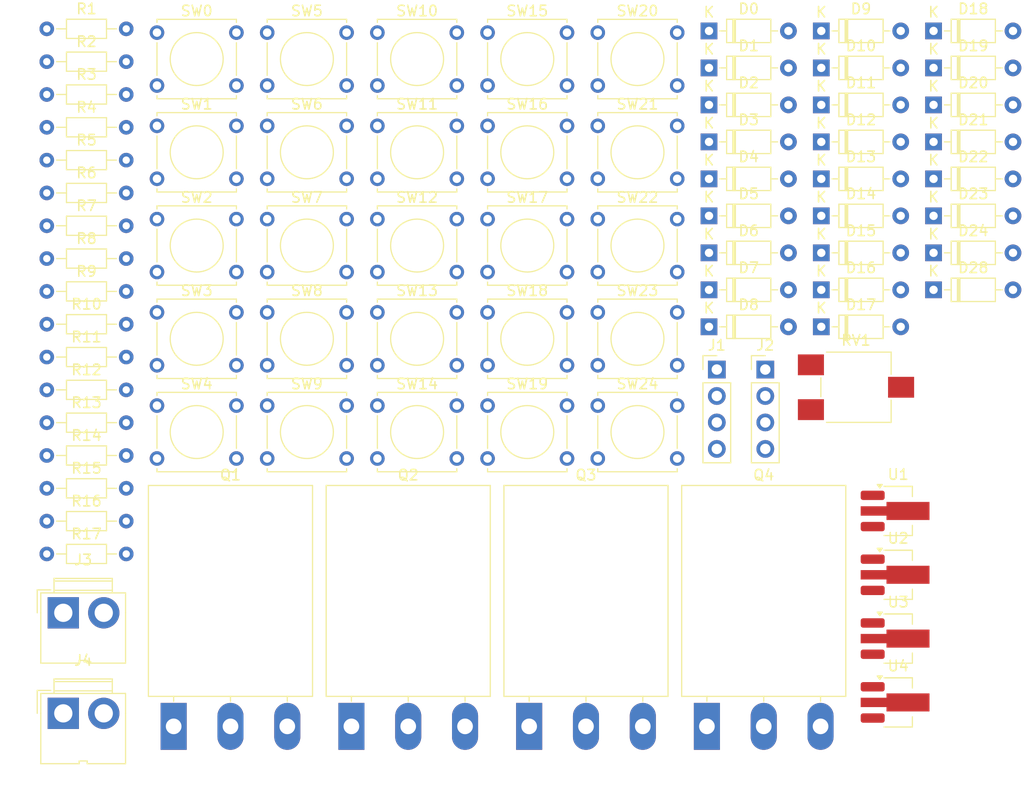
<source format=kicad_pcb>
(kicad_pcb (version 20240108) (generator "pcbnew") (generator_version "8.0")
  (layers (0 "F.Cu" signal) (31 "B.Cu" signal) (34 "B.Paste" user) (35 "F.Paste" user) (36 "B.SilkS" user "B.Silkscreen") (37 "F.SilkS" user "F.Silkscreen") (38 "B.Mask" user) (39 "F.Mask" user) (44 "Edge.Cuts" user))
  (net 0 "")
  (net 1 "Net-(D0-A)")
  (net 2 "ROW0")
  (net 3 "Net-(D1-A)")
  (net 4 "Net-(D2-A)")
  (net 5 "Net-(D3-A)")
  (net 6 "Net-(D4-A)")
  (net 7 "Net-(D5-A)")
  (net 8 "Net-(D6-A)")
  (net 9 "Net-(D7-A)")
  (net 10 "Net-(D8-A)")
  (net 11 "Net-(D9-A)")
  (net 12 "Net-(D10-A)")
  (net 13 "Net-(D11-A)")
  (net 14 "Net-(D12-A)")
  (net 15 "Net-(D13-A)")
  (net 16 "Net-(D14-A)")
  (net 17 "Net-(D15-A)")
  (net 18 "Net-(D16-A)")
  (net 19 "Net-(D17-A)")
  (net 20 "Net-(D18-A)")
  (net 21 "Net-(D19-A)")
  (net 22 "Net-(D20-A)")
  (net 23 "Net-(D21-A)")
  (net 24 "Net-(D22-A)")
  (net 25 "Net-(D23-A)")
  (net 26 "Net-(D24-A)")
  (net 27 "Net-(D28-K)")
  (net 28 "Net-(D28-A)")
  (net 29 "5V Alim")
  (net 30 "NEOPIX 1")
  (net 31 "GND MC")
  (net 32 "GND ALIM")
  (net 33 "NEOPIX 2")
  (net 34 "Net-(J3-Pin_2)")
  (net 35 "AMPLIFIER INPUT")
  (net 36 "Net-(Q1-B)")
  (net 37 "Net-(Q1-E)")
  (net 38 "3v3")
  (net 39 "Net-(Q2-B)")
  (net 40 "Net-(Q2-E)")
  (net 41 "Net-(Q3-B)")
  (net 42 "Net-(Q4-B)")
  (net 43 "Net-(U1-ADJ)")
  (net 44 "Net-(D25-K)")
  (net 45 "Net-(D25-A)")
  (net 46 "Net-(D27-A)")
  (net 47 "Net-(U2-ADJ)")
  (net 48 "Net-(U3-ADJ)")
  (net 49 "Net-(U4-ADJ)")
  (net 50 "BATT LVL INPUT")
  (net 51 "Net-(P1-CC)")
  (net 52 "Volume INPUT")
  (net 53 "+3.3V")
  (net 54 "COL0")
  (net 55 "COL1")
  (net 56 "COL2")
  (net 57 "COL3")
  (net 58 "COL4")
  (footprint "Diode_THT:D_DO-35_SOD27_P7.62mm_Horizontal" (layer "F.Cu") (at 78.85 35.3)
    (property "Reference" "D5" (at 3.81 -2.12 0) (layer "F.SilkS"))
    (property "Value" "1N4148")
    (fp_text user "K" (at 0 -1.8 0) (layer "F.SilkS"))
    (pad "1" thru_hole rect (at 0 0) (size 1.6 1.6) (drill 0.8) (layers "*.Cu" "*.Mask") (net 2 "ROW0"))
    (pad "2" thru_hole oval (at 7.62 0) (size 1.6 1.6) (drill 0.8) (layers "*.Cu" "*.Mask") (net 7 "Net-(D5-A)"))
  )
  (footprint "Button_Switch_THT:SW_Tactile_Straight_KSA0Axx1LFTR" (layer "F.Cu") (at 36.47 17.71)
    (property "Reference" "SW5" (at 3.81 -2.08 0) (layer "F.SilkS"))
    (property "Value" "SW_Push")
    (pad "1" thru_hole circle (at 0 0) (size 1.397 1.397) (drill 0.8128) (layers "*.Cu" "*.Mask") (net 54 "COL0"))
    (pad "1" thru_hole circle (at 7.62 0) (size 1.397 1.397) (drill 0.8128) (layers "*.Cu" "*.Mask") (net 54 "COL0"))
    (pad "2" thru_hole circle (at 0 5.08) (size 1.397 1.397) (drill 0.8128) (layers "*.Cu" "*.Mask") (net 7 "Net-(D5-A)"))
    (pad "2" thru_hole circle (at 7.62 5.08) (size 1.397 1.397) (drill 0.8128) (layers "*.Cu" "*.Mask") (net 7 "Net-(D5-A)"))
  )
  (footprint "Diode_THT:D_DO-35_SOD27_P7.62mm_Horizontal" (layer "F.Cu") (at 78.85 45.95)
    (property "Reference" "D8" (at 3.81 -2.12 0) (layer "F.SilkS"))
    (property "Value" "1N4148")
    (fp_text user "K" (at 0 -1.8 0) (layer "F.SilkS"))
    (pad "1" thru_hole rect (at 0 0) (size 1.6 1.6) (drill 0.8) (layers "*.Cu" "*.Mask") (net 2 "ROW0"))
    (pad "2" thru_hole oval (at 7.62 0) (size 1.6 1.6) (drill 0.8) (layers "*.Cu" "*.Mask") (net 10 "Net-(D8-A)"))
  )
  (footprint "Diode_THT:D_DO-35_SOD27_P7.62mm_Horizontal" (layer "F.Cu") (at 89.62 45.95)
    (property "Reference" "D17" (at 3.81 -2.12 0) (layer "F.SilkS"))
    (property "Value" "1N4148")
    (fp_text user "K" (at 0 -1.8 0) (layer "F.SilkS"))
    (pad "1" thru_hole rect (at 0 0) (size 1.6 1.6) (drill 0.8) (layers "*.Cu" "*.Mask") (net 2 "ROW0"))
    (pad "2" thru_hole oval (at 7.62 0) (size 1.6 1.6) (drill 0.8) (layers "*.Cu" "*.Mask") (net 19 "Net-(D17-A)"))
  )
  (footprint "Diode_THT:D_DO-35_SOD27_P7.62mm_Horizontal" (layer "F.Cu") (at 100.39 21.1)
    (property "Reference" "D19" (at 3.81 -2.12 0) (layer "F.SilkS"))
    (property "Value" "1N4148")
    (fp_text user "K" (at 0 -1.8 0) (layer "F.SilkS"))
    (pad "1" thru_hole rect (at 0 0) (size 1.6 1.6) (drill 0.8) (layers "*.Cu" "*.Mask") (net 2 "ROW0"))
    (pad "2" thru_hole oval (at 7.62 0) (size 1.6 1.6) (drill 0.8) (layers "*.Cu" "*.Mask") (net 21 "Net-(D19-A)"))
  )
  (footprint "Resistor_THT:R_Axial_DIN0204_L3.6mm_D1.6mm_P7.62mm_Horizontal" (layer "F.Cu") (at 15.33 26.8)
    (property "Reference" "R4" (at 3.81 -1.92 0) (layer "F.SilkS"))
    (property "Value" "R")
    (pad "1" thru_hole circle (at 0 0) (size 1.4 1.4) (drill 0.7) (layers "*.Cu" "*.Mask") (net 45 "Net-(D25-A)"))
    (pad "2" thru_hole oval (at 7.62 0) (size 1.4 1.4) (drill 0.7) (layers "*.Cu" "*.Mask") (net 28 "Net-(D28-A)"))
  )
  (footprint "Resistor_THT:R_Axial_DIN0204_L3.6mm_D1.6mm_P7.62mm_Horizontal" (layer "F.Cu") (at 15.33 58.3)
    (property "Reference" "R14" (at 3.81 -1.92 0) (layer "F.SilkS"))
    (property "Value" "R")
    (pad "1" thru_hole circle (at 0 0) (size 1.4 1.4) (drill 0.7) (layers "*.Cu" "*.Mask") (net 2 "ROW0"))
    (pad "2" thru_hole oval (at 7.62 0) (size 1.4 1.4) (drill 0.7) (layers "*.Cu" "*.Mask") (net 49 "Net-(U4-ADJ)"))
  )
  (footprint "Button_Switch_THT:SW_Tactile_Straight_KSA0Axx1LFTR" (layer "F.Cu") (at 47.04 17.71)
    (property "Reference" "SW10" (at 3.81 -2.08 0) (layer "F.SilkS"))
    (property "Value" "SW_Push")
    (pad "1" thru_hole circle (at 0 0) (size 1.397 1.397) (drill 0.8128) (layers "*.Cu" "*.Mask") (net 54 "COL0"))
    (pad "1" thru_hole circle (at 7.62 0) (size 1.397 1.397) (drill 0.8128) (layers "*.Cu" "*.Mask") (net 54 "COL0"))
    (pad "2" thru_hole circle (at 0 5.08) (size 1.397 1.397) (drill 0.8128) (layers "*.Cu" "*.Mask") (net 12 "Net-(D10-A)"))
    (pad "2" thru_hole circle (at 7.62 5.08) (size 1.397 1.397) (drill 0.8128) (layers "*.Cu" "*.Mask") (net 12 "Net-(D10-A)"))
  )
  (footprint "Diode_THT:D_DO-35_SOD27_P7.62mm_Horizontal" (layer "F.Cu") (at 100.39 38.85)
    (property "Reference" "D24" (at 3.81 -2.12 0) (layer "F.SilkS"))
    (property "Value" "1N4148")
    (fp_text user "K" (at 0 -1.8 0) (layer "F.SilkS"))
    (pad "1" thru_hole rect (at 0 0) (size 1.6 1.6) (drill 0.8) (layers "*.Cu" "*.Mask") (net 2 "ROW0"))
    (pad "2" thru_hole oval (at 7.62 0) (size 1.6 1.6) (drill 0.8) (layers "*.Cu" "*.Mask") (net 26 "Net-(D24-A)"))
  )
  (footprint "Resistor_THT:R_Axial_DIN0204_L3.6mm_D1.6mm_P7.62mm_Horizontal" (layer "F.Cu") (at 15.33 61.45)
    (property "Reference" "R15" (at 3.81 -1.92 0) (layer "F.SilkS"))
    (property "Value" "R")
    (pad "1" thru_hole circle (at 0 0) (size 1.4 1.4) (drill 0.7) (layers "*.Cu" "*.Mask") (net 40 "Net-(Q2-E)"))
    (pad "2" thru_hole oval (at 7.62 0) (size 1.4 1.4) (drill 0.7) (layers "*.Cu" "*.Mask") (net 50 "BATT LVL INPUT"))
  )
  (footprint "Button_Switch_THT:SW_Tactile_Straight_KSA0Axx1LFTR" (layer "F.Cu") (at 68.18 17.71)
    (property "Reference" "SW20" (at 3.81 -2.08 0) (layer "F.SilkS"))
    (property "Value" "SW_Push")
    (pad "1" thru_hole circle (at 0 0) (size 1.397 1.397) (drill 0.8128) (layers "*.Cu" "*.Mask") (net 54 "COL0"))
    (pad "1" thru_hole circle (at 7.62 0) (size 1.397 1.397) (drill 0.8128) (layers "*.Cu" "*.Mask") (net 54 "COL0"))
    (pad "2" thru_hole circle (at 0 5.08) (size 1.397 1.397) (drill 0.8128) (layers "*.Cu" "*.Mask") (net 22 "Net-(D20-A)"))
    (pad "2" thru_hole circle (at 7.62 5.08) (size 1.397 1.397) (drill 0.8128) (layers "*.Cu" "*.Mask") (net 22 "Net-(D20-A)"))
  )
  (footprint "Potentiometer_SMD:Potentiometer_ACP_CA6-VSMD_Vertical" (layer "F.Cu") (at 92.95 51.75)
    (property "Reference" "RV1" (at 0 -4.5 0) (layer "F.SilkS"))
    (property "Value" "R_Potentiometer")
    (pad "1" smd rect (at -4.325 2.15) (size 2.5 2) (layers "F.Cu" "F.Paste" "F.Mask") (net 53 "+3.3V"))
    (pad "2" smd rect (at 4.325 0) (size 2.5 2) (layers "F.Cu" "F.Paste" "F.Mask") (net 52 "Volume INPUT"))
    (pad "3" smd rect (at -4.325 -2.15) (size 2.5 2) (layers "F.Cu" "F.Paste" "F.Mask") (net 2 "ROW0"))
  )
  (footprint "Diode_THT:D_DO-35_SOD27_P7.62mm_Horizontal" (layer "F.Cu") (at 78.85 38.85)
    (property "Reference" "D6" (at 3.81 -2.12 0) (layer "F.SilkS"))
    (property "Value" "1N4148")
    (fp_text user "K" (at 0 -1.8 0) (layer "F.SilkS"))
    (pad "1" thru_hole rect (at 0 0) (size 1.6 1.6) (drill 0.8) (layers "*.Cu" "*.Mask") (net 2 "ROW0"))
    (pad "2" thru_hole oval (at 7.62 0) (size 1.6 1.6) (drill 0.8) (layers "*.Cu" "*.Mask") (net 8 "Net-(D6-A)"))
  )
  (footprint "Diode_THT:D_DO-35_SOD27_P7.62mm_Horizontal" (layer "F.Cu") (at 89.62 38.85)
    (property "Reference" "D15" (at 3.81 -2.12 0) (layer "F.SilkS"))
    (property "Value" "1N4148")
    (fp_text user "K" (at 0 -1.8 0) (layer "F.SilkS"))
    (pad "1" thru_hole rect (at 0 0) (size 1.6 1.6) (drill 0.8) (layers "*.Cu" "*.Mask") (net 2 "ROW0"))
    (pad "2" thru_hole oval (at 7.62 0) (size 1.6 1.6) (drill 0.8) (layers "*.Cu" "*.Mask") (net 17 "Net-(D15-A)"))
  )
  (footprint "Connector:JWT_A3963_1x02_P3.96mm_Vertical" (layer "F.Cu") (at 16.915 83.05)
    (property "Reference" "J4" (at 1.91 -5.08 0) (layer "F.SilkS"))
    (property "Value" "Bornier Signal ampli")
    (pad "1" thru_hole rect (at 0 0) (size 3 3) (drill 1.75) (layers "*.Cu" "*.Mask") (net 2 "ROW0"))
    (pad "2" thru_hole circle (at 3.88 0) (size 3 3) (drill 1.75) (layers "*.Cu" "*.Mask") (net 35 "AMPLIFIER INPUT"))
  )
  (footprint "Button_Switch_THT:SW_Tactile_Straight_KSA0Axx1LFTR" (layer "F.Cu") (at 47.04 44.56)
    (property "Reference" "SW13" (at 3.81 -2.08 0) (layer "F.SilkS"))
    (property "Value" "SW_Push")
    (pad "1" thru_hole circle (at 0 0) (size 1.397 1.397) (drill 0.8128) (layers "*.Cu" "*.Mask") (net 57 "COL3"))
    (pad "1" thru_hole circle (at 7.62 0) (size 1.397 1.397) (drill 0.8128) (layers "*.Cu" "*.Mask") (net 57 "COL3"))
    (pad "2" thru_hole circle (at 0 5.08) (size 1.397 1.397) (drill 0.8128) (layers "*.Cu" "*.Mask") (net 15 "Net-(D13-A)"))
    (pad "2" thru_hole circle (at 7.62 5.08) (size 1.397 1.397) (drill 0.8128) (layers "*.Cu" "*.Mask") (net 15 "Net-(D13-A)"))
  )
  (footprint "Button_Switch_THT:SW_Tactile_Straight_KSA0Axx1LFTR" (layer "F.Cu") (at 68.18 35.61)
    (property "Reference" "SW22" (at 3.81 -2.08 0) (layer "F.SilkS"))
    (property "Value" "SW_Push")
    (pad "1" thru_hole circle (at 0 0) (size 1.397 1.397) (drill 0.8128) (layers "*.Cu" "*.Mask") (net 56 "COL2"))
    (pad "1" thru_hole circle (at 7.62 0) (size 1.397 1.397) (drill 0.8128) (layers "*.Cu" "*.Mask") (net 56 "COL2"))
    (pad "2" thru_hole circle (at 0 5.08) (size 1.397 1.397) (drill 0.8128) (layers "*.Cu" "*.Mask") (net 24 "Net-(D22-A)"))
    (pad "2" thru_hole circle (at 7.62 5.08) (size 1.397 1.397) (drill 0.8128) (layers "*.Cu" "*.Mask") (net 24 "Net-(D22-A)"))
  )
  (footprint "Resistor_THT:R_Axial_DIN0204_L3.6mm_D1.6mm_P7.62mm_Horizontal" (layer "F.Cu") (at 15.33 20.5)
    (property "Reference" "R2" (at 3.81 -1.92 0) (layer "F.SilkS"))
    (property "Value" "R")
    (pad "1" thru_hole circle (at 0 0) (size 1.4 1.4) (drill 0.7) (layers "*.Cu" "*.Mask") (net 43 "Net-(U1-ADJ)"))
    (pad "2" thru_hole oval (at 7.62 0) (size 1.4 1.4) (drill 0.7) (layers "*.Cu" "*.Mask") (net 28 "Net-(D28-A)"))
  )
  (footprint "Button_Switch_THT:SW_Tactile_Straight_KSA0Axx1LFTR" (layer "F.Cu") (at 25.9 44.56)
    (property "Reference" "SW3" (at 3.81 -2.08 0) (layer "F.SilkS"))
    (property "Value" "SW_Push")
    (pad "1" thru_hole circle (at 0 0) (size 1.397 1.397) (drill 0.8128) (layers "*.Cu" "*.Mask") (net 57 "COL3"))
    (pad "1" thru_hole circle (at 7.62 0) (size 1.397 1.397) (drill 0.8128) (layers "*.Cu" "*.Mask") (net 57 "COL3"))
    (pad "2" thru_hole circle (at 0 5.08) (size 1.397 1.397) (drill 0.8128) (layers "*.Cu" "*.Mask") (net 5 "Net-(D3-A)"))
    (pad "2" thru_hole circle (at 7.62 5.08) (size 1.397 1.397) (drill 0.8128) (layers "*.Cu" "*.Mask") (net 5 "Net-(D3-A)"))
  )
  (footprint "Diode_THT:D_DO-35_SOD27_P7.62mm_Horizontal" (layer "F.Cu") (at 78.85 17.55)
    (property "Reference" "D0" (at 3.81 -2.12 0) (layer "F.SilkS"))
    (property "Value" "1N4148")
    (fp_text user "K" (at 0 -1.8 0) (layer "F.SilkS"))
    (pad "1" thru_hole rect (at 0 0) (size 1.6 1.6) (drill 0.8) (layers "*.Cu" "*.Mask") (net 2 "ROW0"))
    (pad "2" thru_hole oval (at 7.62 0) (size 1.6 1.6) (drill 0.8) (layers "*.Cu" "*.Mask") (net 1 "Net-(D0-A)"))
  )
  (footprint "Diode_THT:D_DO-35_SOD27_P7.62mm_Horizontal" (layer "F.Cu") (at 100.39 17.55)
    (property "Reference" "D18" (at 3.81 -2.12 0) (layer "F.SilkS"))
    (property "Value" "1N4148")
    (fp_text user "K" (at 0 -1.8 0) (layer "F.SilkS"))
    (pad "1" thru_hole rect (at 0 0) (size 1.6 1.6) (drill 0.8) (layers "*.Cu" "*.Mask") (net 2 "ROW0"))
    (pad "2" thru_hole oval (at 7.62 0) (size 1.6 1.6) (drill 0.8) (layers "*.Cu" "*.Mask") (net 20 "Net-(D18-A)"))
  )
  (footprint "Resistor_THT:R_Axial_DIN0204_L3.6mm_D1.6mm_P7.62mm_Horizontal" (layer "F.Cu") (at 15.33 48.85)
    (property "Reference" "R11" (at 3.81 -1.92 0) (layer "F.SilkS"))
    (property "Value" "R")
    (pad "1" thru_hole circle (at 0 0) (size 1.4 1.4) (drill 0.7) (layers "*.Cu" "*.Mask") (net 2 "ROW0"))
    (pad "2" thru_hole oval (at 7.62 0) (size 1.4 1.4) (drill 0.7) (layers "*.Cu" "*.Mask") (net 48 "Net-(U3-ADJ)"))
  )
  (footprint "Package_TO_SOT_THT:TO-3P-3_Horizontal_TabDown" (layer "F.Cu") (at 61.6 84.3)
    (property "Reference" "Q3" (at 5.45 -24.12 0) (layer "F.SilkS"))
    (property "Value" "2N3905")
    (pad "" np_thru_hole circle (at 5.45 -18.8) (size 3.4 3.4) (drill 3.4) (layers "*.Cu" "*.Mask"))
    (pad "1" thru_hole rect (at 0 0) (size 2.5 4.5) (drill 1.5) (layers "*.Cu" "*.Mask") (net 40 "Net-(Q2-E)"))
    (pad "2" thru_hole oval (at 5.45 0) (size 2.5 4.5) (drill 1.5) (layers "*.Cu" "*.Mask") (net 41 "Net-(Q3-B)"))
    (pad "3" thru_hole oval (at 10.9 0) (size 2.5 4.5) (drill 1.5) (layers "*.Cu" "*.Mask") (net 29 "5V Alim"))
  )
  (footprint "Diode_THT:D_DO-35_SOD27_P7.62mm_Horizontal" (layer "F.Cu") (at 100.39 24.65)
    (property "Reference" "D20" (at 3.81 -2.12 0) (layer "F.SilkS"))
    (property "Value" "1N4148")
    (fp_text user "K" (at 0 -1.8 0) (layer "F.SilkS"))
    (pad "1" thru_hole rect (at 0 0) (size 1.6 1.6) (drill 0.8) (layers "*.Cu" "*.Mask") (net 2 "ROW0"))
    (pad "2" thru_hole oval (at 7.62 0) (size 1.6 1.6) (drill 0.8) (layers "*.Cu" "*.Mask") (net 22 "Net-(D20-A)"))
  )
  (footprint "Package_TO_SOT_THT:TO-3P-3_Horizontal_TabDown" (layer "F.Cu") (at 27.5 84.3)
    (property "Reference" "Q1" (at 5.45 -24.12 0) (layer "F.SilkS"))
    (property "Value" "2N3905")
    (pad "" np_thru_hole circle (at 5.45 -18.8) (size 3.4 3.4) (drill 3.4) (layers "*.Cu" "*.Mask"))
    (pad "1" thru_hole rect (at 0 0) (size 2.5 4.5) (drill 1.5) (layers "*.Cu" "*.Mask") (net 37 "Net-(Q1-E)"))
    (pad "2" thru_hole oval (at 5.45 0) (size 2.5 4.5) (drill 1.5) (layers "*.Cu" "*.Mask") (net 36 "Net-(Q1-B)"))
    (pad "3" thru_hole oval (at 10.9 0) (size 2.5 4.5) (drill 1.5) (layers "*.Cu" "*.Mask") (net 28 "Net-(D28-A)"))
  )
  (footprint "Diode_THT:D_DO-35_SOD27_P7.62mm_Horizontal" (layer "F.Cu") (at 100.39 31.75)
    (property "Reference" "D22" (at 3.81 -2.12 0) (layer "F.SilkS"))
    (property "Value" "1N4148")
    (fp_text user "K" (at 0 -1.8 0) (layer "F.SilkS"))
    (pad "1" thru_hole rect (at 0 0) (size 1.6 1.6) (drill 0.8) (layers "*.Cu" "*.Mask") (net 2 "ROW0"))
    (pad "2" thru_hole oval (at 7.62 0) (size 1.6 1.6) (drill 0.8) (layers "*.Cu" "*.Mask") (net 24 "Net-(D22-A)"))
  )
  (footprint "Resistor_THT:R_Axial_DIN0204_L3.6mm_D1.6mm_P7.62mm_Horizontal" (layer "F.Cu") (at 15.33 39.4)
    (property "Reference" "R8" (at 3.81 -1.92 0) (layer "F.SilkS"))
    (property "Value" "R")
    (pad "1" thru_hole circle (at 0 0) (size 1.4 1.4) (drill 0.7) (layers "*.Cu" "*.Mask") (net 2 "ROW0"))
    (pad "2" thru_hole oval (at 7.62 0) (size 1.4 1.4) (drill 0.7) (layers "*.Cu" "*.Mask") (net 47 "Net-(U2-ADJ)"))
  )
  (footprint "Diode_THT:D_DO-35_SOD27_P7.62mm_Horizontal" (layer "F.Cu") (at 100.39 42.4)
    (property "Reference" "D28" (at 3.81 -2.12 0) (layer "F.SilkS"))
    (property "Value" "1N4148")
    (fp_text user "K" (at 0 -1.8 0) (layer "F.SilkS"))
    (pad "1" thru_hole rect (at 0 0) (size 1.6 1.6) (drill 0.8) (layers "*.Cu" "*.Mask") (net 27 "Net-(D28-K)"))
    (pad "2" thru_hole oval (at 7.62 0) (size 1.6 1.6) (drill 0.8) (layers "*.Cu" "*.Mask") (net 28 "Net-(D28-A)"))
  )
  (footprint "Resistor_THT:R_Axial_DIN0204_L3.6mm_D1.6mm_P7.62mm_Horizontal" (layer "F.Cu") (at 15.33 45.7)
    (property "Reference" "R10" (at 3.81 -1.92 0) (layer "F.SilkS"))
    (property "Value" "R")
    (pad "1" thru_hole circle (at 0 0) (size 1.4 1.4) (drill 0.7) (layers "*.Cu" "*.Mask") (net 48 "Net-(U3-ADJ)"))
    (pad "2" thru_hole oval (at 7.62 0) (size 1.4 1.4) (drill 0.7) (layers "*.Cu" "*.Mask") (net 29 "5V Alim"))
  )
  (footprint "Button_Switch_THT:SW_Tactile_Straight_KSA0Axx1LFTR" (layer "F.Cu") (at 57.61 35.61)
    (property "Reference" "SW17" (at 3.81 -2.08 0) (layer "F.SilkS"))
    (property "Value" "SW_Push")
    (pad "1" thru_hole circle (at 0 0) (size 1.397 1.397) (drill 0.8128) (layers "*.Cu" "*.Mask") (net 56 "COL2"))
    (pad "1" thru_hole circle (at 7.62 0) (size 1.397 1.397) (drill 0.8128) (layers "*.Cu" "*.Mask") (net 56 "COL2"))
    (pad "2" thru_hole circle (at 0 5.08) (size 1.397 1.397) (drill 0.8128) (layers "*.Cu" "*.Mask") (net 19 "Net-(D17-A)"))
    (pad "2" thru_hole circle (at 7.62 5.08) (size 1.397 1.397) (drill 0.8128) (layers "*.Cu" "*.Mask") (net 19 "Net-(D17-A)"))
  )
  (footprint "Resistor_THT:R_Axial_DIN0204_L3.6mm_D1.6mm_P7.62mm_Horizontal" (layer "F.Cu") (at 15.33 55.15)
    (property "Reference" "R13" (at 3.81 -1.92 0) (layer "F.SilkS"))
    (property "Value" "R")
    (pad "1" thru_hole circle (at 0 0) (size 1.4 1.4) (drill 0.7) (layers "*.Cu" "*.Mask") (net 49 "Net-(U4-ADJ)"))
    (pad "2" thru_hole oval (at 7.62 0) (size 1.4 1.4) (drill 0.7) (layers "*.Cu" "*.Mask") (net 34 "Net-(J3-Pin_2)"))
  )
  (footprint "Button_Switch_THT:SW_Tactile_Straight_KSA0Axx1LFTR" (layer "F.Cu") (at 36.47 35.61)
    (property "Reference" "SW7" (at 3.81 -2.08 0) (layer "F.SilkS"))
    (property "Value" "SW_Push")
    (pad "1" thru_hole circle (at 0 0) (size 1.397 1.397) (drill 0.8128) (layers "*.Cu" "*.Mask") (net 56 "COL2"))
    (pad "1" thru_hole circle (at 7.62 0) (size 1.397 1.397) (drill 0.8128) (layers "*.Cu" "*.Mask") (net 56 "COL2"))
    (pad "2" thru_hole circle (at 0 5.08) (size 1.397 1.397) (drill 0.8128) (layers "*.Cu" "*.Mask") (net 9 "Net-(D7-A)"))
    (pad "2" thru_hole circle (at 7.62 5.08) (size 1.397 1.397) (drill 0.8128) (layers "*.Cu" "*.Mask") (net 9 "Net-(D7-A)"))
  )
  (footprint "Button_Switch_THT:SW_Tactile_Straight_KSA0Axx1LFTR" (layer "F.Cu") (at 25.9 35.61)
    (property "Reference" "SW2" (at 3.81 -2.08 0) (layer "F.SilkS"))
    (property "Value" "SW_Push")
    (pad "1" thru_hole circle (at 0 0) (size 1.397 1.397) (drill 0.8128) (layers "*.Cu" "*.Mask") (net 56 "COL2"))
    (pad "1" thru_hole circle (at 7.62 0) (size 1.397 1.397) (drill 0.8128) (layers "*.Cu" "*.Mask") (net 56 "COL2"))
    (pad "2" thru_hole circle (at 0 5.08) (size 1.397 1.397) (drill 0.8128) (layers "*.Cu" "*.Mask") (net 4 "Net-(D2-A)"))
    (pad "2" thru_hole circle (at 7.62 5.08) (size 1.397 1.397) (drill 0.8128) (layers "*.Cu" "*.Mask") (net 4 "Net-(D2-A)"))
  )
  (footprint "Button_Switch_THT:SW_Tactile_Straight_KSA0Axx1LFTR" (layer "F.Cu") (at 25.9 53.51)
    (property "Reference" "SW4" (at 3.81 -2.08 0) (layer "F.SilkS"))
    (property "Value" "SW_Push")
    (pad "1" thru_hole circle (at 0 0) (size 1.397 1.397) (drill 0.8128) (layers "*.Cu" "*.Mask") (net 58 "COL4"))
    (pad "1" thru_hole circle (at 7.62 0) (size 1.397 1.397) (drill 0.8128) (layers "*.Cu" "*.Mask") (net 58 "COL4"))
    (pad "2" thru_hole circle (at 0 5.08) (size 1.397 1.397) (drill 0.8128) (layers "*.Cu" "*.Mask") (net 6 "Net-(D4-A)"))
    (pad "2" thru_hole circle (at 7.62 5.08) (size 1.397 1.397) (drill 0.8128) (layers "*.Cu" "*.Mask") (net 6 "Net-(D4-A)"))
  )
  (footprint "Resistor_THT:R_Axial_DIN0204_L3.6mm_D1.6mm_P7.62mm_Horizontal" (layer "F.Cu") (at 15.33 64.6)
    (property "Reference" "R16" (at 3.81 -1.92 0) (layer "F.SilkS"))
    (property "Value" "R")
    (pad "1" thru_hole circle (at 0 0) (size 1.4 1.4) (drill 0.7) (layers "*.Cu" "*.Mask") (net 50 "BATT LVL INPUT"))
    (pad "2" thru_hole oval (at 7.62 0) (size 1.4 1.4) (drill 0.7) (layers "*.Cu" "*.Mask") (net 2 "ROW0"))
  )
  (footprint "Button_Switch_THT:SW_Tactile_Straight_KSA0Axx1LFTR" (layer "F.Cu") (at 68.18 53.51)
    (property "Reference" "SW24" (at 3.81 -2.08 0) (layer "F.SilkS"))
    (property "Value" "SW_Push")
    (pad "1" thru_hole circle (at 0 0) (size 1.397 1.397) (drill 0.8128) (layers "*.Cu" "*.Mask") (net 58 "COL4"))
    (pad "1" thru_hole circle (at 7.62 0) (size 1.397 1.397) (drill 0.8128) (layers "*.Cu" "*.Mask") (net 58 "COL4"))
    (pad "2" thru_hole circle (at 0 5.08) (size 1.397 1.397) (drill 0.8128) (layers "*.Cu" "*.Mask") (net 26 "Net-(D24-A)"))
    (pad "2" thru_hole circle (at 7.62 5.08) (size 1.397 1.397) (drill 0.8128) (layers "*.Cu" "*.Mask") (net 26 "Net-(D24-A)"))
  )
  (footprint "Resistor_THT:R_Axial_DIN0204_L3.6mm_D1.6mm_P7.62mm_Horizontal" (layer "F.Cu") (at 15.33 29.95)
    (property "Reference" "R5" (at 3.81 -1.92 0) (layer "F.SilkS"))
    (property "Value" "R")
    (pad "1" thru_hole circle (at 0 0) (size 1.4 1.4) (drill 0.7) (layers "*.Cu" "*.Mask") (net 46 "Net-(D27-A)"))
    (pad "2" thru_hole oval (at 7.62 0) (size 1.4 1.4) (drill 0.7) (layers "*.Cu" "*.Mask") (net 40 "Net-(Q2-E)"))
  )
  (footprint "Button_Switch_THT:SW_Tactile_Straight_KSA0Axx1LFTR" (layer "F.Cu") (at 36.47 26.66)
    (property "Reference" "SW6" (at 3.81 -2.08 0) (layer "F.SilkS"))
    (property "Value" "SW_Push")
    (pad "1" thru_hole circle (at 0 0) (size 1.397 1.397) (drill 0.8128) (layers "*.Cu" "*.Mask") (net 55 "COL1"))
    (pad "1" thru_hole circle (at 7.62 0) (size 1.397 1.397) (drill 0.8128) (layers "*.Cu" "*.Mask") (net 55 "COL1"))
    (pad "2" thru_hole circle (at 0 5.08) (size 1.397 1.397) (drill 0.8128) (layers "*.Cu" "*.Mask") (net 8 "Net-(D6-A)"))
    (pad "2" thru_hole circle (at 7.62 5.08) (size 1.397 1.397) (drill 0.8128) (layers "*.Cu" "*.Mask") (net 8 "Net-(D6-A)"))
  )
  (footprint "Package_TO_SOT_SMD:SOT-89-3_Handsoldering" (layer "F.Cu") (at 97 82)
    (property "Reference" "U4" (at 0 -3.5 0) (layer "F.SilkS"))
    (property "Value" "LM317_TO-220")
    (pad "1" smd roundrect (at -2.45 -1.5) (size 2.3 0.9) (layers "F.Cu" "F.Paste" "F.Mask") (net 49 "Net-(U4-ADJ)"))
    (pad "2" smd custom (at -2.3625 0) (size 2.475 0.9) (layers "F.Cu" "F.Paste" "F.Mask") (net 34 "Net-(J3-Pin_2)") (options (clearance outline) (anchor rect)) (primitives (gr_poly (pts (xy 5.3625 0.8665) (xy 1.2375 0.8665) (xy 1.2375 -0.8665) (xy 5.3625 -0.8665)) (width 0) (fill yes))))
    (pad "3" smd roundrect (at -2.45 1.5) (size 2.3 0.9) (layers "F.Cu" "F.Paste" "F.Mask") (net 42 "Net-(Q4-B)"))
  )
  (footprint "Resistor_THT:R_Axial_DIN0204_L3.6mm_D1.6mm_P7.62mm_Horizontal" (layer "F.Cu") (at 15.33 23.65)
    (property "Reference" "R3" (at 3.81 -1.92 0) (layer "F.SilkS"))
    (property "Value" "R")
    (pad "1" thru_hole circle (at 0 0) (size 1.4 1.4) (drill 0.7) (layers "*.Cu" "*.Mask") (net 44 "Net-(D25-K)"))
    (pad "2" thru_hole oval (at 7.62 0) (size 1.4 1.4) (drill 0.7) (layers "*.Cu" "*.Mask") (net 43 "Net-(U1-ADJ)"))
  )
  (footprint "Button_Switch_THT:SW_Tactile_Straight_KSA0Axx1LFTR" (layer "F.Cu") (at 47.04 53.51)
    (property "Reference" "SW14" (at 3.81 -2.08 0) (layer "F.SilkS"))
    (property "Value" "SW_Push")
    (pad "1" thru_hole circle (at 0 0) (size 1.397 1.397) (drill 0.8128) (layers "*.Cu" "*.Mask") (net 58 "COL4"))
    (pad "1" thru_hole circle (at 7.62 0) (size 1.397 1.397) (drill 0.8128) (layers "*.Cu" "*.Mask") (net 58 "COL4"))
    (pad "2" thru_hole circle (at 0 5.08) (size 1.397 1.397) (drill 0.8128) (layers "*.Cu" "*.Mask") (net 16 "Net-(D14-A)"))
    (pad "2" thru_hole circle (at 7.62 5.08) (size 1.397 1.397) (drill 0.8128) (layers "*.Cu" "*.Mask") (net 16 "Net-(D14-A)"))
  )
  (footprint "Button_Switch_THT:SW_Tactile_Straight_KSA0Axx1LFTR" (layer "F.Cu") (at 57.61 26.66)
    (property "Reference" "SW16" (at 3.81 -2.08 0) (layer "F.SilkS"))
    (property "Value" "SW_Push")
    (pad "1" thru_hole circle (at 0 0) (size 1.397 1.397) (drill 0.8128) (layers "*.Cu" "*.Mask") (net 55 "COL1"))
    (pad "1" thru_hole circle (at 7.62 0) (size 1.397 1.397) (drill 0.8128) (layers "*.Cu" "*.Mask") (net 55 "COL1"))
    (pad "2" thru_hole circle (at 0 5.08) (size 1.397 1.397) (drill 0.8128) (layers "*.Cu" "*.Mask") (net 18 "Net-(D16-A)"))
    (pad "2" thru_hole circle (at 7.62 5.08) (size 1.397 1.397) (drill 0.8128) (layers "*.Cu" "*.Mask") (net 18 "Net-(D16-A)"))
  )
  (footprint "Button_Switch_THT:SW_Tactile_Straight_KSA0Axx1LFTR" (layer "F.Cu") (at 57.61 53.51)
    (property "Reference" "SW19" (at 3.81 -2.08 0) (layer "F.SilkS"))
    (property "Value" "SW_Push")
    (pad "1" thru_hole circle (at 0 0) (size 1.397 1.397) (drill 0.8128) (layers "*.Cu" "*.Mask") (net 58 "COL4"))
    (pad "1" thru_hole circle (at 7.62 0) (size 1.397 1.397) (drill 0.8128) (layers "*.Cu" "*.Mask") (net 58 "COL4"))
    (pad "2" thru_hole circle (at 0 5.08) (size 1.397 1.397) (drill 0.8128) (layers "*.Cu" "*.Mask") (net 21 "Net-(D19-A)"))
    (pad "2" thru_hole circle (at 7.62 5.08) (size 1.397 1.397) (drill 0.8128) (layers "*.Cu" "*.Mask") (net 21 "Net-(D19-A)"))
  )
  (footprint "Diode_THT:D_DO-35_SOD27_P7.62mm_Horizontal" (layer "F.Cu") (at 78.85 24.65)
    (property "Reference" "D2" (at 3.81 -2.12 0) (layer "F.SilkS"))
    (property "Value" "1N4148")
    (fp_text user "K" (at 0 -1.8 0) (layer "F.SilkS"))
    (pad "1" thru_hole rect (at 0 0) (size 1.6 1.6) (drill 0.8) (layers "*.Cu" "*.Mask") (net 2 "ROW0"))
    (pad "2" thru_hole oval (at 7.62 0) (size 1.6 1.6) (drill 0.8) (layers "*.Cu" "*.Mask") (net 4 "Net-(D2-A)"))
  )
  (footprint "Button_Switch_THT:SW_Tactile_Straight_KSA0Axx1LFTR" (layer "F.Cu") (at 57.61 17.71)
    (property "Reference" "SW15" (at 3.81 -2.08 0) (layer "F.SilkS"))
    (property "Value" "SW_Push")
    (pad "1" thru_hole circle (at 0 0) (size 1.397 1.397) (drill 0.8128) (layers "*.Cu" "*.Mask") (net 54 "COL0"))
    (pad "1" thru_hole circle (at 7.62 0) (size 1.397 1.397) (drill 0.8128) (layers "*.Cu" "*.Mask") (net 54 "COL0"))
    (pad "2" thru_hole circle (at 0 5.08) (size 1.397 1.397) (drill 0.8128) (layers "*.Cu" "*.Mask") (net 17 "Net-(D15-A)"))
    (pad "2" thru_hole circle (at 7.62 5.08) (size 1.397 1.397) (drill 0.8128) (layers "*.Cu" "*.Mask") (net 17 "Net-(D15-A)"))
  )
  (footprint "Button_Switch_THT:SW_Tactile_Straight_KSA0Axx1LFTR" (layer "F.Cu") (at 57.61 44.56)
    (property "Reference" "SW18" (at 3.81 -2.08 0) (layer "F.SilkS"))
    (property "Value" "SW_Push")
    (pad "1" thru_hole circle (at 0 0) (size 1.397 1.397) (drill 0.8128) (layers "*.Cu" "*.Mask") (net 57 "COL3"))
    (pad "1" thru_hole circle (at 7.62 0) (size 1.397 1.397) (drill 0.8128) (layers "*.Cu" "*.Mask") (net 57 "COL3"))
    (pad "2" thru_hole circle (at 0 5.08) (size 1.397 1.397) (drill 0.8128) (layers "*.Cu" "*.Mask") (net 20 "Net-(D18-A)"))
    (pad "2" thru_hole circle (at 7.62 5.08) (size 1.397 1.397) (drill 0.8128) (layers "*.Cu" "*.Mask") (net 20 "Net-(D18-A)"))
  )
  (footprint "Diode_THT:D_DO-35_SOD27_P7.62mm_Horizontal" (layer "F.Cu") (at 89.62 17.55)
    (property "Reference" "D9" (at 3.81 -2.12 0) (layer "F.SilkS"))
    (property "Value" "1N4148")
    (fp_text user "K" (at 0 -1.8 0) (layer "F.SilkS"))
    (pad "1" thru_hole rect (at 0 0) (size 1.6 1.6) (drill 0.8) (layers "*.Cu" "*.Mask") (net 2 "ROW0"))
    (pad "2" thru_hole oval (at 7.62 0) (size 1.6 1.6) (drill 0.8) (layers "*.Cu" "*.Mask") (net 11 "Net-(D9-A)"))
  )
  (footprint "Button_Switch_THT:SW_Tactile_Straight_KSA0Axx1LFTR" (layer "F.Cu") (at 68.18 26.66)
    (property "Reference" "SW21" (at 3.81 -2.08 0) (layer "F.SilkS"))
    (property "Value" "SW_Push")
    (pad "1" thru_hole circle (at 0 0) (size 1.397 1.397) (drill 0.8128) (layers "*.Cu" "*.Mask") (net 55 "COL1"))
    (pad "1" thru_hole circle (at 7.62 0) (size 1.397 1.397) (drill 0.8128) (layers "*.Cu" "*.Mask") (net 55 "COL1"))
    (pad "2" thru_hole circle (at 0 5.08) (size 1.397 1.397) (drill 0.8128) (layers "*.Cu" "*.Mask") (net 23 "Net-(D21-A)"))
    (pad "2" thru_hole circle (at 7.62 5.08) (size 1.397 1.397) (drill 0.8128) (layers "*.Cu" "*.Mask") (net 23 "Net-(D21-A)"))
  )
  (footprint "Connector_PinHeader_2.54mm:PinHeader_1x04_P2.54mm_Vertical" (layer "F.Cu") (at 79.6 50.05)
    (property "Reference" "J1" (at 0 -2.33 0) (layer "F.SilkS"))
    (property "Value" "Neopixel Clavier")
    (pad "1" thru_hole rect (at 0 0) (size 1.7 1.7) (drill 1) (layers "*.Cu" "*.Mask") (net 30 "NEOPIX 1"))
    (pad "2" thru_hole oval (at 0 2.54) (size 1.7 1.7) (drill 1) (layers "*.Cu" "*.Mask") (net 31 "GND MC"))
    (pad "3" thru_hole oval (at 0 5.08) (size 1.7 1.7) (drill 1) (layers "*.Cu" "*.Mask") (net 32 "GND ALIM"))
    (pad "4" thru_hole oval (at 0 7.62) (size 1.7 1.7) (drill 1) (layers "*.Cu" "*.Mask") (net 29 "5V Alim"))
  )
  (footprint "Diode_THT:D_DO-35_SOD27_P7.62mm_Horizontal" (layer "F.Cu") (at 100.39 28.2)
    (property "Reference" "D21" (at 3.81 -2.12 0) (layer "F.SilkS"))
    (property "Value" "1N4148")
    (fp_text user "K" (at 0 -1.8 0) (layer "F.SilkS"))
    (pad "1" thru_hole rect (at 0 0) (size 1.6 1.6) (drill 0.8) (layers "*.Cu" "*.Mask") (net 2 "ROW0"))
    (pad "2" thru_hole oval (at 7.62 0) (size 1.6 1.6) (drill 0.8) (layers "*.Cu" "*.Mask") (net 23 "Net-(D21-A)"))
  )
  (footprint "Diode_THT:D_DO-35_SOD27_P7.62mm_Horizontal" (layer "F.Cu") (at 89.62 35.3)
    (property "Reference" "D14" (at 3.81 -2.12 0) (layer "F.SilkS"))
    (property "Value" "1N4148")
    (fp_text user "K" (at 0 -1.8 0) (layer "F.SilkS"))
    (pad "1" thru_hole rect (at 0 0) (size 1.6 1.6) (drill 0.8) (layers "*.Cu" "*.Mask") (net 2 "ROW0"))
    (pad "2" thru_hole oval (at 7.62 0) (size 1.6 1.6) (drill 0.8) (layers "*.Cu" "*.Mask") (net 16 "Net-(D14-A)"))
  )
  (footprint "Diode_THT:D_DO-35_SOD27_P7.62mm_Horizontal" (layer "F.Cu") (at 89.62 21.1)
    (property "Reference" "D10" (at 3.81 -2.12 0) (layer "F.SilkS"))
    (property "Value" "1N4148")
    (fp_text user "K" (at 0 -1.8 0) (layer "F.SilkS"))
    (pad "1" thru_hole rect (at 0 0) (size 1.6 1.6) (drill 0.8) (layers "*.Cu" "*.Mask") (net 2 "ROW0"))
    (pad "2" thru_hole oval (at 7.62 0) (size 1.6 1.6) (drill 0.8) (layers "*.Cu" "*.Mask") (net 12 "Net-(D10-A)"))
  )
  (footprint "Button_Switch_THT:SW_Tactile_Straight_KSA0Axx1LFTR" (layer "F.Cu") (at 36.47 44.56)
    (property "Reference" "SW8" (at 3.81 -2.08 0) (layer "F.SilkS"))
    (property "Value" "SW_Push")
    (pad "1" thru_hole circle (at 0 0) (size 1.397 1.397) (drill 0.8128) (layers "*.Cu" "*.Mask") (net 57 "COL3"))
    (pad "1" thru_hole circle (at 7.62 0) (size 1.397 1.397) (drill 0.8128) (layers "*.Cu" "*.Mask") (net 57 "COL3"))
    (pad "2" thru_hole circle (at 0 5.08) (size 1.397 1.397) (drill 0.8128) (layers "*.Cu" "*.Mask") (net 10 "Net-(D8-A)"))
    (pad "2" thru_hole circle (at 7.62 5.08) (size 1.397 1.397) (drill 0.8128) (layers "*.Cu" "*.Mask") (net 10 "Net-(D8-A)"))
  )
  (footprint "Button_Switch_THT:SW_Tactile_Straight_KSA0Axx1LFTR" (layer "F.Cu") (at 68.18 44.56)
    (property "Reference" "SW23" (at 3.81 -2.08 0) (layer "F.SilkS"))
    (property "Value" "SW_Push")
    (pad "1" thru_hole circle (at 0 0) (size 1.397 1.397) (drill 0.8128) (layers "*.Cu" "*.Mask") (net 57 "COL3"))
    (pad "1" thru_hole circle (at 7.62 0) (size 1.397 1.397) (drill 0.8128) (layers "*.Cu" "*.Mask") (net 57 "COL3"))
    (pad "2" thru_hole circle (at 0 5.08) (size 1.397 1.397) (drill 0.8128) (layers "*.Cu" "*.Mask") (net 25 "Net-(D23-A)"))
    (pad "2" thru_hole circle (at 7.62 5.08) (size 1.397 1.397) (drill 0.8128) (layers "*.Cu" "*.Mask") (net 25 "Net-(D23-A)"))
  )
  (footprint "Button_Switch_THT:SW_Tactile_Straight_KSA0Axx1LFTR" (layer "F.Cu") (at 36.47 53.51)
    (property "Reference" "SW9" (at 3.81 -2.08 0) (layer "F.SilkS"))
    (property "Value" "SW_Push")
    (pad "1" thru_hole circle (at 0 0) (size 1.397 1.397) (drill 0.8128) (layers "*.Cu" "*.Mask") (net 58 "COL4"))
    (pad "1" thru_hole circle (at 7.62 0) (size 1.397 1.397) (drill 0.8128) (layers "*.Cu" "*.Mask") (net 58 "COL4"))
    (pad "2" thru_hole circle (at 0 5.08) (size 1.397 1.397) (drill 0.8128) (layers "*.Cu" "*.Mask") (net 11 "Net-(D9-A)"))
    (pad "2" thru_hole circle (at 7.62 5.08) (size 1.397 1.397) (drill 0.8128) (layers "*.Cu" "*.Mask") (net 11 "Net-(D9-A)"))
  )
  (footprint "Connector_PinHeader_2.54mm:PinHeader_1x04_P2.54mm_Vertical" (layer "F.Cu") (at 84.25 50.05)
    (property "Reference" "J2" (at 0 -2.33 0) (layer "F.SilkS"))
    (property "Value" "Neopixel Indicateur batterie")
    (pad "1" thru_hole rect (at 0 0) (size 1.7 1.7) (drill 1) (layers "*.Cu" "*.Mask") (net 33 "NEOPIX 2"))
    (pad "2" thru_hole oval (at 0 2.54) (size 1.7 1.7) (drill 1) (layers "*.Cu" "*.Mask") (net 31 "GND MC"))
    (pad "3" thru_hole oval (at 0 5.08) (size 1.7 1.7) (drill 1) (layers "*.Cu" "*.Mask") (net 32 "GND ALIM"))
    (pad "4" thru_hole oval (at 0 7.62) (size 1.7 1.7) (drill 1) (layers "*.Cu" "*.Mask") (net 29 "5V Alim"))
  )
  (footprint "Resistor_THT:R_Axial_DIN0204_L3.6mm_D1.6mm_P7.62mm_Horizontal" (layer "F.Cu") (at 15.33 67.75)
    (property "Reference" "R17" (at 3.81 -1.92 0) (layer "F.SilkS"))
    (property "Value" "R")
    (pad "1" thru_hole circle (at 0 0) (size 1.4 1.4) (drill 0.7) (layers "*.Cu" "*.Mask") (net 2 "ROW0"))
    (pad "2" thru_hole oval (at 7.62 0) (size 1.4 1.4) (drill 0.7) (layers "*.Cu" "*.Mask") (net 51 "Net-(P1-CC)"))
  )
  (footprint "Button_Switch_THT:SW_Tactile_Straight_KSA0Axx1LFTR" (layer "F.Cu") (at 47.04 26.66)
    (property "Reference" "SW11" (at 3.81 -2.08 0) (layer "F.SilkS"))
    (property "Value" "SW_Push")
    (pad "1" thru_hole circle (at 0 0) (size 1.397 1.397) (drill 0.8128) (layers "*.Cu" "*.Mask") (net 55 "COL1"))
    (pad "1" thru_hole circle (at 7.62 0) (size 1.397 1.397) (drill 0.8128) (layers "*.Cu" "*.Mask") (net 55 "COL1"))
    (pad "2" thru_hole circle (at 0 5.08) (size 1.397 1.397) (drill 0.8128) (layers "*.Cu" "*.Mask") (net 13 "Net-(D11-A)"))
    (pad "2" thru_hole circle (at 7.62 5.08) (size 1.397 1.397) (drill 0.8128) (layers "*.Cu" "*.Mask") (net 13 "Net-(D11-A)"))
  )
  (footprint "Package_TO_SOT_THT:TO-3P-3_Horizontal_TabDown" (layer "F.Cu") (at 44.55 84.3)
    (property "Reference" "Q2" (at 5.45 -24.12 0) (layer "F.SilkS"))
    (property "Value" "2N3905")
    (pad "" np_thru_hole circle (at 5.45 -18.8) (size 3.4 3.4) (drill 3.4) (layers "*.Cu" "*.Mask"))
    (pad "1" thru_hole rect (at 0 0) (size 2.5 4.5) (drill 1.5) (layers "*.Cu" "*.Mask") (net 40 "Net-(Q2-E)"))
    (pad "2" thru_hole oval (at 5.45 0) (size 2.5 4.5) (drill 1.5) (layers "*.Cu" "*.Mask") (net 39 "Net-(Q2-B)"))
    (pad "3" thru_hole oval (at 10.9 0) (size 2.5 4.5) (drill 1.5) (layers "*.Cu" "*.Mask") (net 38 "3v3"))
  )
  (footprint "Package_TO_SOT_THT:TO-3P-3_Horizontal_TabDown" (layer "F.Cu") (at 78.65 84.3)
    (property "Reference" "Q4" (at 5.45 -24.12 0) (layer "F.SilkS"))
    (property "Value" "2N3905")
    (pad "" np_thru_hole circle (at 5.45 -18.8) (size 3.4 3.4) (drill 3.4) (layers "*.Cu" "*.Mask"))
    (pad "1" thru_hole rect (at 0 0) (size 2.5 4.5) (drill 1.5) (layers "*.Cu" "*.Mask") (net 40 "Net-(Q2-E)"))
    (pad "2" thru_hole oval (at 5.45 0) (size 2.5 4.5) (drill 1.5) (layers "*.Cu" "*.Mask") (net 42 "Net-(Q4-B)"))
    (pad "3" thru_hole oval (at 10.9 0) (size 2.5 4.5) (drill 1.5) (layers "*.Cu" "*.Mask") (net 34 "Net-(J3-Pin_2)"))
  )
  (footprint "Button_Switch_THT:SW_Tactile_Straight_KSA0Axx1LFTR" (layer "F.Cu") (at 25.9 26.66)
    (property "Reference" "SW1" (at 3.81 -2.08 0) (layer "F.SilkS"))
    (property "Value" "SW_Push")
    (pad "1" thru_hole circle (at 0 0) (size 1.397 1.397) (drill 0.8128) (layers "*.Cu" "*.Mask") (net 55 "COL1"))
    (pad "1" thru_hole circle (at 7.62 0) (size 1.397 1.397) (drill 0.8128) (layers "*.Cu" "*.Mask") (net 55 "COL1"))
    (pad "2" thru_hole circle (at 0 5.08) (size 1.397 1.397) (drill 0.8128) (layers "*.Cu" "*.Mask") (net 3 "Net-(D1-A)"))
    (pad "2" thru_hole circle (at 7.62 5.08) (size 1.397 1.397) (drill 0.8128) (layers "*.Cu" "*.Mask") (net 3 "Net-(D1-A)"))
  )
  (footprint "Diode_THT:D_DO-35_SOD27_P7.62mm_Horizontal" (layer "F.Cu") (at 100.39 35.3)
    (property "Reference" "D23" (at 3.81 -2.12 0) (layer "F.SilkS"))
    (property "Value" "1N4148")
    (fp_text user "K" (at 0 -1.8 0) (layer "F.SilkS"))
    (pad "1" thru_hole rect (at 0 0) (size 1.6 1.6) (drill 0.8) (layers "*.Cu" "*.Mask") (net 2 "ROW0"))
    (pad "2" thru_hole oval (at 7.62 0) (size 1.6 1.6) (drill 0.8) (layers "*.Cu" "*.Mask") (net 25 "Net-(D23-A)"))
  )
  (footprint "Diode_THT:D_DO-35_SOD27_P7.62mm_Horizontal" (layer "F.Cu") (at 89.62 42.4)
    (property "Reference" "D16" (at 3.81 -2.12 0) (layer "F.SilkS"))
    (property "Value" "1N4148")
    (fp_text user "K" (at 0 -1.8 0) (layer "F.SilkS"))
    (pad "1" thru_hole rect (at 0 0) (size 1.6 1.6) (drill 0.8) (layers "*.Cu" "*.Mask") (net 2 "ROW0"))
    (pad "2" thru_hole oval (at 7.62 0) (size 1.6 1.6) (drill 0.8) (layers "*.Cu" "*.Mask") (net 18 "Net-(D16-A)"))
  )
  (footprint "Resistor_THT:R_Axial_DIN0204_L3.6mm_D1.6mm_P7.62mm_Horizontal" (layer "F.Cu") (at 15.33 42.55)
    (property "Reference" "R9" (at 3.81 -1.92 0) (layer "F.SilkS"))
    (property "Value" "R")
    (pad "1" thru_hole circle (at 0 0) (size 1.4 1.4) (drill 0.7) (layers "*.Cu" "*.Mask") (net 41 "Net-(Q3-B)"))
    (pad "2" thru_hole oval (at 7.62 0) (size 1.4 1.4) (drill 0.7) (layers "*.Cu" "*.Mask") (net 40 "Net-(Q2-E)"))
  )
  (footprint "Diode_THT:D_DO-35_SOD27_P7.62mm_Horizontal" (layer "F.Cu") (at 89.62 28.2)
    (property "Reference" "D12" (at 3.81 -2.12 0) (layer "F.SilkS"))
    (property "Value" "1N4148")
    (fp_text user "K" (at 0 -1.8 0) (layer "F.SilkS"))
    (pad "1" thru_hole rect (at 0 0) (size 1.6 1.6) (drill 0.8) (layers "*.Cu" "*.Mask") (net 2 "ROW0"))
    (pad "2" thru_hole oval (at 7.62 0) (size 1.6 1.6) (drill 0.8) (layers "*.Cu" "*.Mask") (net 14 "Net-(D12-A)"))
  )
  (footprint "Resistor_THT:R_Axial_DIN0204_L3.6mm_D1.6mm_P7.62mm_Horizontal" (layer "F.Cu") (at 15.33 17.35)
    (property "Reference" "R1" (at 3.81 -1.92 0) (layer "F.SilkS"))
    (property "Value" "R")
    (pad "1" thru_hole circle (at 0 0) (size 1.4 1.4) (drill 0.7) (layers "*.Cu" "*.Mask") (net 37 "Net-(Q1-E)"))
    (pad "2" thru_hole oval (at 7.62 0) (size 1.4 1.4) (drill 0.7) (layers "*.Cu" "*.Mask") (net 36 "Net-(Q1-B)"))
  )
  (footprint "Resistor_THT:R_Axial_DIN0204_L3.6mm_D1.6mm_P7.62mm_Horizontal" (layer "F.Cu") (at 15.33 33.1)
    (property "Reference" "R6" (at 3.81 -1.92 0) (layer "F.SilkS"))
    (property "Value" "R")
    (pad "1" thru_hole circle (at 0 0) (size 1.4 1.4) (drill 0.7) (layers "*.Cu" "*.Mask") (net 39 "Net-(Q2-B)"))
    (pad "2" thru_hole oval (at 7.62 0) (size 1.4 1.4) (drill 0.7) (layers "*.Cu" "*.Mask") (net 40 "Net-(Q2-E)"))
  )
  (footprint "Package_TO_SOT_SMD:SOT-89-3_Handsoldering" (layer "F.Cu") (at 97 69.75)
    (property "Reference" "U2" (at 0 -3.5 0) (layer "F.SilkS"))
    (property "Value" "LM317_TO-220")
    (pad "1" smd roundrect (at -2.45 -1.5) (size 2.3 0.9) (layers "F.Cu" "F.Paste" "F.Mask") (net 47 "Net-(U2-ADJ)"))
    (pad "2" smd custom (at -2.3625 0) (size 2.475 0.9) (layers "F.Cu" "F.Paste" "F.Mask") (net 38 "3v3") (options (clearance outline) (anchor rect)) (primitives (gr_poly (pts (xy 5.3625 0.8665) (xy 1.2375 0.8665) (xy 1.2375 -0.8665) (xy 5.3625 -0.8665)) (width 0) (fill yes))))
    (pad "3" smd roundrect (at -2.45 1.5) (size 2.3 0.9) (layers "F.Cu" "F.Paste" "F.Mask") (net 39 "Net-(Q2-B)"))
  )
  (footprint "Package_TO_SOT_SMD:SOT-89-3_Handsoldering" (layer "F.Cu") (at 97 63.625)
    (property "Reference" "U1" (at 0 -3.5 0) (layer "F.SilkS"))
    (property "Value" "LM317_TO-220")
    (pad "1" smd roundrect (at -2.45 -1.5) (size 2.3 0.9) (layers "F.Cu" "F.Paste" "F.Mask") (net 43 "Net-(U1-ADJ)"))
    (pad "2" smd custom (at -2.3625 0) (size 2.475 0.9) (layers "F.Cu" "F.Paste" "F.Mask") (net 28 "Net-(D28-A)") (options (clearance outline) (anchor rect)) (primitives (gr_poly (pts (xy 5.3625 0.8665) (xy 1.2375 0.8665) (xy 1.2375 -0.8665) (xy 5.3625 -0.8665)) (width 0) (fill yes))))
    (pad "3" smd roundrect (at -2.45 1.5) (size 2.3 0.9) (layers "F.Cu" "F.Paste" "F.Mask") (net 36 "Net-(Q1-B)"))
  )
  (footprint "Diode_THT:D_DO-35_SOD27_P7.62mm_Horizontal" (layer "F.Cu") (at 89.62 24.65)
    (property "Reference" "D11" (at 3.81 -2.12 0) (layer "F.SilkS"))
    (property "Value" "1N4148")
    (fp_text user "K" (at 0 -1.8 0) (layer "F.SilkS"))
    (pad "1" thru_hole rect (at 0 0) (size 1.6 1.6) (drill 0.8) (layers "*.Cu" "*.Mask") (net 2 "ROW0"))
    (pad "2" thru_hole oval (at 7.62 0) (size 1.6 1.6) (drill 0.8) (layers "*.Cu" "*.Mask") (net 13 "Net-(D11-A)"))
  )
  (footprint "Button_Switch_THT:SW_Tactile_Straight_KSA0Axx1LFTR" (layer "F.Cu") (at 25.9 17.71)
    (property "Reference" "SW0" (at 3.81 -2.08 0) (layer "F.SilkS"))
    (property "Value" "SW_Push")
    (pad "1" thru_hole circle (at 0 0) (size 1.397 1.397) (drill 0.8128) (layers "*.Cu" "*.Mask") (net 54 "COL0"))
    (pad "1" thru_hole circle (at 7.62 0) (size 1.397 1.397) (drill 0.8128) (layers "*.Cu" "*.Mask") (net 54 "COL0"))
    (pad "2" thru_hole circle (at 0 5.08) (size 1.397 1.397) (drill 0.8128) (layers "*.Cu" "*.Mask") (net 1 "Net-(D0-A)"))
    (pad "2" thru_hole circle (at 7.62 5.08) (size 1.397 1.397) (drill 0.8128) (layers "*.Cu" "*.Mask") (net 1 "Net-(D0-A)"))
  )
  (footprint "Connector:JWT_A3963_1x02_P3.96mm_Vertical" (layer "F.Cu") (at 16.915 73.4)
    (property "Reference" "J3" (at 1.91 -5.08 0) (layer "F.SilkS"))
    (property "Value" "Bornier Alim Ampli")
    (pad "1" thru_hole rect (at 0 0) (size 3 3) (drill 1.75) (layers "*.Cu" "*.Mask") (net 2 "ROW0"))
    (pad "2" thru_hole circle (at 3.88 0) (size 3 3) (drill 1.75) (layers "*.Cu" "*.Mask") (net 34 "Net-(J3-Pin_2)"))
  )
  (footprint "Package_TO_SOT_SMD:SOT-89-3_Handsoldering" (layer "F.Cu") (at 97 75.875)
    (property "Reference" "U3" (at 0 -3.5 0) (layer "F.SilkS"))
    (property "Value" "LM317_TO-220")
    (pad "1" smd roundrect (at -2.45 -1.5) (size 2.3 0.9) (layers "F.Cu" "F.Paste" "F.Mask") (net 48 "Net-(U3-ADJ)"))
    (pad "2" smd custom (at -2.3625 0) (size 2.475 0.9) (layers "F.Cu" "F.Paste" "F.Mask") (net 29 "5V Alim") (options (clearance outline) (anchor rect)) (primitives (gr_poly (pts (xy 5.3625 0.8665) (xy 1.2375 0.8665) (xy 1.2375 -0.8665) (xy 5.3625 -0.8665)) (width 0) (fill yes))))
    (pad "3" smd roundrect (at -2.45 1.5) (size 2.3 0.9) (layers "F.Cu" "F.Paste" "F.Mask") (net 41 "Net-(Q3-B)"))
  )
  (footprint "Resistor_THT:R_Axial_DIN0204_L3.6mm_D1.6mm_P7.62mm_Horizontal" (layer "F.Cu") (at 15.33 52)
    (property "Reference" "R12" (at 3.81 -1.92 0) (layer "F.SilkS"))
    (property "Value" "R")
    (pad "1" thru_hole circle (at 0 0) (size 1.4 1.4) (drill 0.7) (layers "*.Cu" "*.Mask") (net 42 "Net-(Q4-B)"))
    (pad "2" thru_hole oval (at 7.62 0) (size 1.4 1.4) (drill 0.7) (layers "*.Cu" "*.Mask") (net 40 "Net-(Q2-E)"))
  )
  (footprint "Diode_THT:D_DO-35_SOD27_P7.62mm_Horizontal" (layer "F.Cu") (at 78.85 21.1)
    (property "Reference" "D1" (at 3.81 -2.12 0) (layer "F.SilkS"))
    (property "Value" "1N4148")
    (fp_text user "K" (at 0 -1.8 0) (layer "F.SilkS"))
    (pad "1" thru_hole rect (at 0 0) (size 1.6 1.6) (drill 0.8) (layers "*.Cu" "*.Mask") (net 2 "ROW0"))
    (pad "2" thru_hole oval (at 7.62 0) (size 1.6 1.6) (drill 0.8) (layers "*.Cu" "*.Mask") (net 3 "Net-(D1-A)"))
  )
  (footprint "Diode_THT:D_DO-35_SOD27_P7.62mm_Horizontal" (layer "F.Cu") (at 78.85 28.2)
    (property "Reference" "D3" (at 3.81 -2.12 0) (layer "F.SilkS"))
    (property "Value" "1N4148")
    (fp_text user "K" (at 0 -1.8 0) (layer "F.SilkS"))
    (pad "1" thru_hole rect (at 0 0) (size 1.6 1.6) (drill 0.8) (layers "*.Cu" "*.Mask") (net 2 "ROW0"))
    (pad "2" thru_hole oval (at 7.62 0) (size 1.6 1.6) (drill 0.8) (layers "*.Cu" "*.Mask") (net 5 "Net-(D3-A)"))
  )
  (footprint "Button_Switch_THT:SW_Tactile_Straight_KSA0Axx1LFTR" (layer "F.Cu") (at 47.04 35.61)
    (property "Reference" "SW12" (at 3.81 -2.08 0) (layer "F.SilkS"))
    (property "Value" "SW_Push")
    (pad "1" thru_hole circle (at 0 0) (size 1.397 1.397) (drill 0.8128) (layers "*.Cu" "*.Mask") (net 56 "COL2"))
    (pad "1" thru_hole circle (at 7.62 0) (size 1.397 1.397) (drill 0.8128) (layers "*.Cu" "*.Mask") (net 56 "COL2"))
    (pad "2" thru_hole circle (at 0 5.08) (size 1.397 1.397) (drill 0.8128) (layers "*.Cu" "*.Mask") (net 14 "Net-(D12-A)"))
    (pad "2" thru_hole circle (at 7.62 5.08) (size 1.397 1.397) (drill 0.8128) (layers "*.Cu" "*.Mask") (net 14 "Net-(D12-A)"))
  )
  (footprint "Diode_THT:D_DO-35_SOD27_P7.62mm_Horizontal" (layer "F.Cu") (at 89.62 31.75)
    (property "Reference" "D13" (at 3.81 -2.12 0) (layer "F.SilkS"))
    (property "Value" "1N4148")
    (fp_text user "K" (at 0 -1.8 0) (layer "F.SilkS"))
    (pad "1" thru_hole rect (at 0 0) (size 1.6 1.6) (drill 0.8) (layers "*.Cu" "*.Mask") (net 2 "ROW0"))
    (pad "2" thru_hole oval (at 7.62 0) (size 1.6 1.6) (drill 0.8) (layers "*.Cu" "*.Mask") (net 15 "Net-(D13-A)"))
  )
  (footprint "Diode_THT:D_DO-35_SOD27_P7.62mm_Horizontal" (layer "F.Cu") (at 78.85 42.4)
    (property "Reference" "D7" (at 3.81 -2.12 0) (layer "F.SilkS"))
    (property "Value" "1N4148")
    (fp_text user "K" (at 0 -1.8 0) (layer "F.SilkS"))
    (pad "1" thru_hole rect (at 0 0) (size 1.6 1.6) (drill 0.8) (layers "*.Cu" "*.Mask") (net 2 "ROW0"))
    (pad "2" thru_hole oval (at 7.62 0) (size 1.6 1.6) (drill 0.8) (layers "*.Cu" "*.Mask") (net 9 "Net-(D7-A)"))
  )
  (footprint "Diode_THT:D_DO-35_SOD27_P7.62mm_Horizontal" (layer "F.Cu") (at 78.85 31.75)
    (property "Reference" "D4" (at 3.81 -2.12 0) (layer "F.SilkS"))
    (property "Value" "1N4148")
    (fp_text user "K" (at 0 -1.8 0) (layer "F.SilkS"))
    (pad "1" thru_hole rect (at 0 0) (size 1.6 1.6) (drill 0.8) (layers "*.Cu" "*.Mask") (net 2 "ROW0"))
    (pad "2" thru_hole oval (at 7.62 0) (size 1.6 1.6) (drill 0.8) (layers "*.Cu" "*.Mask") (net 6 "Net-(D4-A)"))
  )
  (footprint "Resistor_THT:R_Axial_DIN0204_L3.6mm_D1.6mm_P7.62mm_Horizontal" (layer "F.Cu") (at 15.33 36.25)
    (property "Reference" "R7" (at 3.81 -1.92 0) (layer "F.SilkS"))
    (property "Value" "R")
    (pad "1" thru_hole circle (at 0 0) (size 1.4 1.4) (drill 0.7) (layers "*.Cu" "*.Mask") (net 47 "Net-(U2-ADJ)"))
    (pad "2" thru_hole oval (at 7.62 0) (size 1.4 1.4) (drill 0.7) (layers "*.Cu" "*.Mask") (net 38 "3v3"))
  )
)
</source>
